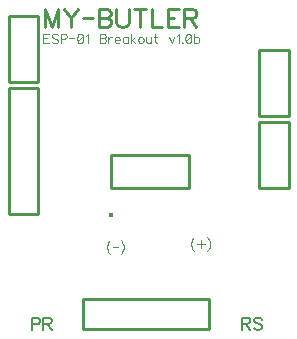
<source format=gbr>
G04 DipTrace 2.4.0.2*
%INTopSilk.gbr*%
%MOIN*%
%ADD10C,0.0098*%
%ADD23C,0.0154*%
%ADD58C,0.0062*%
%ADD59C,0.0046*%
%ADD60C,0.0093*%
%FSLAX44Y44*%
G04*
G70*
G90*
G75*
G01*
%LNTopSilk*%
%LPD*%
X13008Y11272D2*
D10*
X13992D1*
Y13468D1*
X13008D1*
Y11272D1*
D23*
X8071Y7966D3*
X8061Y8859D2*
D10*
X10659D1*
X8061Y9961D2*
X10659D1*
Y8859D2*
Y9961D1*
X8061Y8859D2*
Y9961D1*
X4658Y8022D2*
X5642D1*
Y12218D1*
X4658D1*
Y8022D1*
Y12422D2*
X5642D1*
Y14618D1*
X4658D1*
Y12422D1*
X13008Y8872D2*
X13992D1*
Y11068D1*
X13008D1*
Y8872D1*
X11348Y4178D2*
X7152D1*
Y5162D1*
X11348D1*
Y4178D1*
X5431Y4334D2*
D58*
X5603D1*
X5660Y4353D1*
X5680Y4372D1*
X5699Y4410D1*
Y4468D1*
X5680Y4506D1*
X5660Y4525D1*
X5603Y4544D1*
X5431D1*
Y4142D1*
X5822Y4353D2*
X5994D1*
X6052Y4372D1*
X6071Y4391D1*
X6090Y4429D1*
Y4468D1*
X6071Y4506D1*
X6052Y4525D1*
X5994Y4544D1*
X5822D1*
Y4142D1*
X5956Y4353D2*
X6090Y4142D1*
X12450Y4354D2*
X12622D1*
X12679Y4373D1*
X12699Y4392D1*
X12718Y4430D1*
Y4469D1*
X12699Y4507D1*
X12679Y4526D1*
X12622Y4545D1*
X12450D1*
Y4143D1*
X12584Y4354D2*
X12718Y4143D1*
X13109Y4488D2*
X13071Y4526D1*
X13014Y4545D1*
X12937D1*
X12880Y4526D1*
X12841Y4488D1*
Y4450D1*
X12861Y4411D1*
X12880Y4392D1*
X12918Y4373D1*
X13033Y4335D1*
X13071Y4316D1*
X13090Y4296D1*
X13109Y4258D1*
Y4201D1*
X13071Y4163D1*
X13014Y4143D1*
X12937D1*
X12880Y4163D1*
X12841Y4201D1*
X10843Y7228D2*
D59*
X10814Y7199D1*
X10785Y7156D1*
X10757Y7099D1*
X10742Y7027D1*
Y6969D1*
X10757Y6898D1*
X10785Y6840D1*
X10814Y6797D1*
X10843Y6769D1*
X11064Y7127D2*
Y6869D1*
X10935Y6998D2*
X11194D1*
X11286Y7228D2*
X11315Y7199D1*
X11344Y7156D1*
X11373Y7099D1*
X11387Y7027D1*
Y6969D1*
X11373Y6898D1*
X11344Y6840D1*
X11315Y6797D1*
X11286Y6769D1*
X8043Y7128D2*
X8014Y7099D1*
X7985Y7056D1*
X7957Y6999D1*
X7942Y6927D1*
Y6869D1*
X7957Y6798D1*
X7985Y6740D1*
X8014Y6697D1*
X8043Y6669D1*
X8135Y6898D2*
X8301D1*
X8394Y7128D2*
X8423Y7099D1*
X8451Y7056D1*
X8480Y6999D1*
X8494Y6927D1*
Y6869D1*
X8480Y6798D1*
X8451Y6740D1*
X8423Y6697D1*
X8394Y6669D1*
X6322Y14236D2*
D60*
Y14839D1*
X6093Y14236D1*
X5863Y14839D1*
Y14236D1*
X6507Y14839D2*
X6737Y14552D1*
Y14236D1*
X6966Y14839D2*
X6737Y14552D1*
X7152Y14537D2*
X7483D1*
X7669Y14839D2*
Y14236D1*
X7927D1*
X8013Y14265D1*
X8042Y14294D1*
X8071Y14351D1*
Y14437D1*
X8042Y14495D1*
X8013Y14523D1*
X7927Y14552D1*
X8013Y14581D1*
X8042Y14609D1*
X8071Y14666D1*
Y14724D1*
X8042Y14781D1*
X8013Y14810D1*
X7927Y14839D1*
X7669D1*
Y14552D2*
X7927D1*
X8256Y14839D2*
Y14408D1*
X8284Y14322D1*
X8342Y14265D1*
X8428Y14236D1*
X8485D1*
X8571Y14265D1*
X8629Y14322D1*
X8658Y14408D1*
Y14839D1*
X9044D2*
Y14236D1*
X8843Y14839D2*
X9245D1*
X9430D2*
Y14236D1*
X9774D1*
X10332Y14839D2*
X9960D1*
Y14236D1*
X10332D1*
X9960Y14552D2*
X10189D1*
X10518D2*
X10776D1*
X10862Y14581D1*
X10891Y14609D1*
X10920Y14666D1*
Y14724D1*
X10891Y14781D1*
X10862Y14810D1*
X10776Y14839D1*
X10518D1*
Y14236D1*
X10719Y14552D2*
X10920Y14236D1*
X6006Y14011D2*
D59*
X5820D1*
Y13709D1*
X6006D1*
X5820Y13867D2*
X5935D1*
X6300Y13967D2*
X6272Y13996D1*
X6228Y14011D1*
X6171D1*
X6128Y13996D1*
X6099Y13967D1*
Y13939D1*
X6114Y13910D1*
X6128Y13896D1*
X6156Y13882D1*
X6243Y13853D1*
X6272Y13838D1*
X6286Y13824D1*
X6300Y13795D1*
Y13752D1*
X6272Y13724D1*
X6228Y13709D1*
X6171D1*
X6128Y13724D1*
X6099Y13752D1*
X6393Y13853D2*
X6522D1*
X6565Y13867D1*
X6579Y13882D1*
X6594Y13910D1*
Y13953D1*
X6579Y13982D1*
X6565Y13996D1*
X6522Y14011D1*
X6393D1*
Y13709D1*
X6686Y13860D2*
X6852D1*
X7031Y14010D2*
X6988Y13996D1*
X6959Y13953D1*
X6945Y13881D1*
Y13838D1*
X6959Y13767D1*
X6988Y13723D1*
X7031Y13709D1*
X7059D1*
X7103Y13723D1*
X7131Y13767D1*
X7146Y13838D1*
Y13881D1*
X7131Y13953D1*
X7103Y13996D1*
X7059Y14010D1*
X7031D1*
X7131Y13953D2*
X6959Y13767D1*
X7238Y13953D2*
X7267Y13967D1*
X7310Y14010D1*
Y13709D1*
X7695Y14011D2*
Y13709D1*
X7824D1*
X7867Y13724D1*
X7881Y13738D1*
X7895Y13767D1*
Y13810D1*
X7881Y13838D1*
X7867Y13853D1*
X7824Y13867D1*
X7867Y13882D1*
X7881Y13896D1*
X7895Y13924D1*
Y13953D1*
X7881Y13982D1*
X7867Y13996D1*
X7824Y14011D1*
X7695D1*
Y13867D2*
X7824D1*
X7988Y13910D2*
Y13709D1*
Y13824D2*
X8003Y13867D1*
X8031Y13896D1*
X8060Y13910D1*
X8103D1*
X8196Y13824D2*
X8368D1*
Y13853D1*
X8354Y13882D1*
X8339Y13896D1*
X8311Y13910D1*
X8267D1*
X8239Y13896D1*
X8210Y13867D1*
X8196Y13824D1*
Y13795D1*
X8210Y13752D1*
X8239Y13724D1*
X8267Y13709D1*
X8311D1*
X8339Y13724D1*
X8368Y13752D1*
X8633Y13910D2*
Y13709D1*
Y13867D2*
X8604Y13896D1*
X8575Y13910D1*
X8533D1*
X8504Y13896D1*
X8475Y13867D1*
X8461Y13824D1*
Y13795D1*
X8475Y13752D1*
X8504Y13724D1*
X8533Y13709D1*
X8575D1*
X8604Y13724D1*
X8633Y13752D1*
X8725Y14011D2*
Y13709D1*
X8869Y13910D2*
X8725Y13767D1*
X8783Y13824D2*
X8883Y13709D1*
X9047Y13910D2*
X9019Y13896D1*
X8990Y13867D1*
X8976Y13824D1*
Y13795D1*
X8990Y13752D1*
X9019Y13724D1*
X9047Y13709D1*
X9091D1*
X9119Y13724D1*
X9148Y13752D1*
X9162Y13795D1*
Y13824D1*
X9148Y13867D1*
X9119Y13896D1*
X9091Y13910D1*
X9047D1*
X9255D2*
Y13767D1*
X9269Y13724D1*
X9298Y13709D1*
X9341D1*
X9370Y13724D1*
X9413Y13767D1*
Y13910D2*
Y13709D1*
X9549Y14011D2*
Y13767D1*
X9563Y13724D1*
X9592Y13709D1*
X9620D1*
X9506Y13910D2*
X9606D1*
X10005D2*
X10091Y13709D1*
X10177Y13910D1*
X10269Y13953D2*
X10298Y13967D1*
X10341Y14010D1*
Y13709D1*
X10448Y13738D2*
X10434Y13723D1*
X10448Y13709D1*
X10463Y13723D1*
X10448Y13738D1*
X10642Y14010D2*
X10599Y13996D1*
X10570Y13953D1*
X10555Y13881D1*
Y13838D1*
X10570Y13767D1*
X10599Y13723D1*
X10642Y13709D1*
X10670D1*
X10713Y13723D1*
X10742Y13767D1*
X10756Y13838D1*
Y13881D1*
X10742Y13953D1*
X10713Y13996D1*
X10670Y14010D1*
X10642D1*
X10742Y13953D2*
X10570Y13767D1*
X10849Y14011D2*
Y13709D1*
Y13867D2*
X10878Y13896D1*
X10906Y13910D1*
X10949D1*
X10978Y13896D1*
X11007Y13867D1*
X11021Y13824D1*
Y13795D1*
X11007Y13752D1*
X10978Y13724D1*
X10949Y13709D1*
X10906D1*
X10878Y13724D1*
X10849Y13752D1*
M02*

</source>
